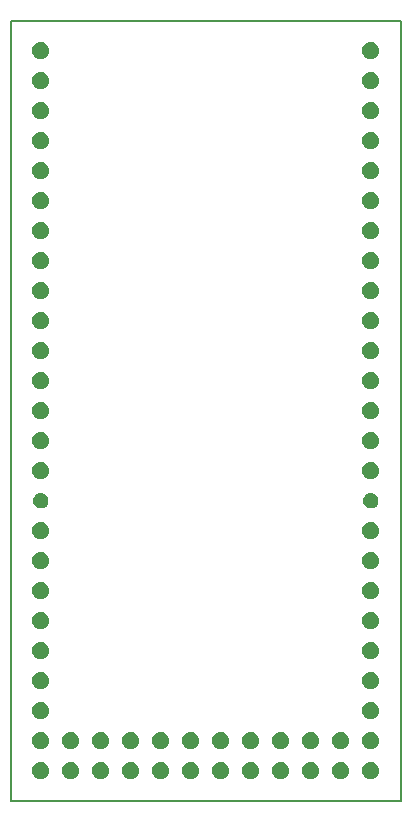
<source format=gbr>
%TF.GenerationSoftware,KiCad,Pcbnew,4.0.2-stable*%
%TF.CreationDate,2021-11-11T11:09:56-08:00*%
%TF.ProjectId,pwm,70776D2E6B696361645F706362000000,rev?*%
%TF.FileFunction,Soldermask,Bot*%
%FSLAX46Y46*%
G04 Gerber Fmt 4.6, Leading zero omitted, Abs format (unit mm)*
G04 Created by KiCad (PCBNEW 4.0.2-stable) date 11/11/2021 11:09:56 AM*
%MOMM*%
G01*
G04 APERTURE LIST*
%ADD10C,0.100000*%
%ADD11C,0.150000*%
G04 APERTURE END LIST*
D10*
D11*
X153670000Y-71120000D02*
X186690000Y-71120000D01*
X153670000Y-137160000D02*
X186690000Y-137160000D01*
X153670000Y-137160000D02*
X153670000Y-71120000D01*
X186690000Y-71120000D02*
X186690000Y-137160000D01*
D10*
G36*
X156286032Y-133896579D02*
X156425102Y-133925126D01*
X156555969Y-133980137D01*
X156673666Y-134059525D01*
X156773701Y-134160261D01*
X156852259Y-134278499D01*
X156906359Y-134409756D01*
X156933847Y-134548579D01*
X156933847Y-134548593D01*
X156933931Y-134549018D01*
X156931667Y-134711168D01*
X156931570Y-134711594D01*
X156931570Y-134711606D01*
X156900218Y-134849605D01*
X156842475Y-134979296D01*
X156760643Y-135095301D01*
X156657836Y-135193203D01*
X156537972Y-135269271D01*
X156405611Y-135320611D01*
X156265807Y-135345262D01*
X156123875Y-135342288D01*
X155985217Y-135311802D01*
X155855128Y-135254968D01*
X155738555Y-135173948D01*
X155639936Y-135071825D01*
X155563035Y-134952497D01*
X155510773Y-134820500D01*
X155485146Y-134680868D01*
X155487128Y-134538914D01*
X155516643Y-134400056D01*
X155572569Y-134269571D01*
X155652774Y-134152434D01*
X155754205Y-134053105D01*
X155872997Y-133975370D01*
X156004625Y-133922189D01*
X156144075Y-133895587D01*
X156286032Y-133896579D01*
X156286032Y-133896579D01*
G37*
G36*
X158826032Y-133896579D02*
X158965102Y-133925126D01*
X159095969Y-133980137D01*
X159213666Y-134059525D01*
X159313701Y-134160261D01*
X159392259Y-134278499D01*
X159446359Y-134409756D01*
X159473847Y-134548579D01*
X159473847Y-134548593D01*
X159473931Y-134549018D01*
X159471667Y-134711168D01*
X159471570Y-134711594D01*
X159471570Y-134711606D01*
X159440218Y-134849605D01*
X159382475Y-134979296D01*
X159300643Y-135095301D01*
X159197836Y-135193203D01*
X159077972Y-135269271D01*
X158945611Y-135320611D01*
X158805807Y-135345262D01*
X158663875Y-135342288D01*
X158525217Y-135311802D01*
X158395128Y-135254968D01*
X158278555Y-135173948D01*
X158179936Y-135071825D01*
X158103035Y-134952497D01*
X158050773Y-134820500D01*
X158025146Y-134680868D01*
X158027128Y-134538914D01*
X158056643Y-134400056D01*
X158112569Y-134269571D01*
X158192774Y-134152434D01*
X158294205Y-134053105D01*
X158412997Y-133975370D01*
X158544625Y-133922189D01*
X158684075Y-133895587D01*
X158826032Y-133896579D01*
X158826032Y-133896579D01*
G37*
G36*
X171526032Y-133896579D02*
X171665102Y-133925126D01*
X171795969Y-133980137D01*
X171913666Y-134059525D01*
X172013701Y-134160261D01*
X172092259Y-134278499D01*
X172146359Y-134409756D01*
X172173847Y-134548579D01*
X172173847Y-134548593D01*
X172173931Y-134549018D01*
X172171667Y-134711168D01*
X172171570Y-134711594D01*
X172171570Y-134711606D01*
X172140218Y-134849605D01*
X172082475Y-134979296D01*
X172000643Y-135095301D01*
X171897836Y-135193203D01*
X171777972Y-135269271D01*
X171645611Y-135320611D01*
X171505807Y-135345262D01*
X171363875Y-135342288D01*
X171225217Y-135311802D01*
X171095128Y-135254968D01*
X170978555Y-135173948D01*
X170879936Y-135071825D01*
X170803035Y-134952497D01*
X170750773Y-134820500D01*
X170725146Y-134680868D01*
X170727128Y-134538914D01*
X170756643Y-134400056D01*
X170812569Y-134269571D01*
X170892774Y-134152434D01*
X170994205Y-134053105D01*
X171112997Y-133975370D01*
X171244625Y-133922189D01*
X171384075Y-133895587D01*
X171526032Y-133896579D01*
X171526032Y-133896579D01*
G37*
G36*
X161366032Y-133896579D02*
X161505102Y-133925126D01*
X161635969Y-133980137D01*
X161753666Y-134059525D01*
X161853701Y-134160261D01*
X161932259Y-134278499D01*
X161986359Y-134409756D01*
X162013847Y-134548579D01*
X162013847Y-134548593D01*
X162013931Y-134549018D01*
X162011667Y-134711168D01*
X162011570Y-134711594D01*
X162011570Y-134711606D01*
X161980218Y-134849605D01*
X161922475Y-134979296D01*
X161840643Y-135095301D01*
X161737836Y-135193203D01*
X161617972Y-135269271D01*
X161485611Y-135320611D01*
X161345807Y-135345262D01*
X161203875Y-135342288D01*
X161065217Y-135311802D01*
X160935128Y-135254968D01*
X160818555Y-135173948D01*
X160719936Y-135071825D01*
X160643035Y-134952497D01*
X160590773Y-134820500D01*
X160565146Y-134680868D01*
X160567128Y-134538914D01*
X160596643Y-134400056D01*
X160652569Y-134269571D01*
X160732774Y-134152434D01*
X160834205Y-134053105D01*
X160952997Y-133975370D01*
X161084625Y-133922189D01*
X161224075Y-133895587D01*
X161366032Y-133896579D01*
X161366032Y-133896579D01*
G37*
G36*
X163906032Y-133896579D02*
X164045102Y-133925126D01*
X164175969Y-133980137D01*
X164293666Y-134059525D01*
X164393701Y-134160261D01*
X164472259Y-134278499D01*
X164526359Y-134409756D01*
X164553847Y-134548579D01*
X164553847Y-134548593D01*
X164553931Y-134549018D01*
X164551667Y-134711168D01*
X164551570Y-134711594D01*
X164551570Y-134711606D01*
X164520218Y-134849605D01*
X164462475Y-134979296D01*
X164380643Y-135095301D01*
X164277836Y-135193203D01*
X164157972Y-135269271D01*
X164025611Y-135320611D01*
X163885807Y-135345262D01*
X163743875Y-135342288D01*
X163605217Y-135311802D01*
X163475128Y-135254968D01*
X163358555Y-135173948D01*
X163259936Y-135071825D01*
X163183035Y-134952497D01*
X163130773Y-134820500D01*
X163105146Y-134680868D01*
X163107128Y-134538914D01*
X163136643Y-134400056D01*
X163192569Y-134269571D01*
X163272774Y-134152434D01*
X163374205Y-134053105D01*
X163492997Y-133975370D01*
X163624625Y-133922189D01*
X163764075Y-133895587D01*
X163906032Y-133896579D01*
X163906032Y-133896579D01*
G37*
G36*
X166446032Y-133896579D02*
X166585102Y-133925126D01*
X166715969Y-133980137D01*
X166833666Y-134059525D01*
X166933701Y-134160261D01*
X167012259Y-134278499D01*
X167066359Y-134409756D01*
X167093847Y-134548579D01*
X167093847Y-134548593D01*
X167093931Y-134549018D01*
X167091667Y-134711168D01*
X167091570Y-134711594D01*
X167091570Y-134711606D01*
X167060218Y-134849605D01*
X167002475Y-134979296D01*
X166920643Y-135095301D01*
X166817836Y-135193203D01*
X166697972Y-135269271D01*
X166565611Y-135320611D01*
X166425807Y-135345262D01*
X166283875Y-135342288D01*
X166145217Y-135311802D01*
X166015128Y-135254968D01*
X165898555Y-135173948D01*
X165799936Y-135071825D01*
X165723035Y-134952497D01*
X165670773Y-134820500D01*
X165645146Y-134680868D01*
X165647128Y-134538914D01*
X165676643Y-134400056D01*
X165732569Y-134269571D01*
X165812774Y-134152434D01*
X165914205Y-134053105D01*
X166032997Y-133975370D01*
X166164625Y-133922189D01*
X166304075Y-133895587D01*
X166446032Y-133896579D01*
X166446032Y-133896579D01*
G37*
G36*
X168986032Y-133896579D02*
X169125102Y-133925126D01*
X169255969Y-133980137D01*
X169373666Y-134059525D01*
X169473701Y-134160261D01*
X169552259Y-134278499D01*
X169606359Y-134409756D01*
X169633847Y-134548579D01*
X169633847Y-134548593D01*
X169633931Y-134549018D01*
X169631667Y-134711168D01*
X169631570Y-134711594D01*
X169631570Y-134711606D01*
X169600218Y-134849605D01*
X169542475Y-134979296D01*
X169460643Y-135095301D01*
X169357836Y-135193203D01*
X169237972Y-135269271D01*
X169105611Y-135320611D01*
X168965807Y-135345262D01*
X168823875Y-135342288D01*
X168685217Y-135311802D01*
X168555128Y-135254968D01*
X168438555Y-135173948D01*
X168339936Y-135071825D01*
X168263035Y-134952497D01*
X168210773Y-134820500D01*
X168185146Y-134680868D01*
X168187128Y-134538914D01*
X168216643Y-134400056D01*
X168272569Y-134269571D01*
X168352774Y-134152434D01*
X168454205Y-134053105D01*
X168572997Y-133975370D01*
X168704625Y-133922189D01*
X168844075Y-133895587D01*
X168986032Y-133896579D01*
X168986032Y-133896579D01*
G37*
G36*
X176606032Y-133896579D02*
X176745102Y-133925126D01*
X176875969Y-133980137D01*
X176993666Y-134059525D01*
X177093701Y-134160261D01*
X177172259Y-134278499D01*
X177226359Y-134409756D01*
X177253847Y-134548579D01*
X177253847Y-134548593D01*
X177253931Y-134549018D01*
X177251667Y-134711168D01*
X177251570Y-134711594D01*
X177251570Y-134711606D01*
X177220218Y-134849605D01*
X177162475Y-134979296D01*
X177080643Y-135095301D01*
X176977836Y-135193203D01*
X176857972Y-135269271D01*
X176725611Y-135320611D01*
X176585807Y-135345262D01*
X176443875Y-135342288D01*
X176305217Y-135311802D01*
X176175128Y-135254968D01*
X176058555Y-135173948D01*
X175959936Y-135071825D01*
X175883035Y-134952497D01*
X175830773Y-134820500D01*
X175805146Y-134680868D01*
X175807128Y-134538914D01*
X175836643Y-134400056D01*
X175892569Y-134269571D01*
X175972774Y-134152434D01*
X176074205Y-134053105D01*
X176192997Y-133975370D01*
X176324625Y-133922189D01*
X176464075Y-133895587D01*
X176606032Y-133896579D01*
X176606032Y-133896579D01*
G37*
G36*
X179146032Y-133896579D02*
X179285102Y-133925126D01*
X179415969Y-133980137D01*
X179533666Y-134059525D01*
X179633701Y-134160261D01*
X179712259Y-134278499D01*
X179766359Y-134409756D01*
X179793847Y-134548579D01*
X179793847Y-134548593D01*
X179793931Y-134549018D01*
X179791667Y-134711168D01*
X179791570Y-134711594D01*
X179791570Y-134711606D01*
X179760218Y-134849605D01*
X179702475Y-134979296D01*
X179620643Y-135095301D01*
X179517836Y-135193203D01*
X179397972Y-135269271D01*
X179265611Y-135320611D01*
X179125807Y-135345262D01*
X178983875Y-135342288D01*
X178845217Y-135311802D01*
X178715128Y-135254968D01*
X178598555Y-135173948D01*
X178499936Y-135071825D01*
X178423035Y-134952497D01*
X178370773Y-134820500D01*
X178345146Y-134680868D01*
X178347128Y-134538914D01*
X178376643Y-134400056D01*
X178432569Y-134269571D01*
X178512774Y-134152434D01*
X178614205Y-134053105D01*
X178732997Y-133975370D01*
X178864625Y-133922189D01*
X179004075Y-133895587D01*
X179146032Y-133896579D01*
X179146032Y-133896579D01*
G37*
G36*
X181686032Y-133896579D02*
X181825102Y-133925126D01*
X181955969Y-133980137D01*
X182073666Y-134059525D01*
X182173701Y-134160261D01*
X182252259Y-134278499D01*
X182306359Y-134409756D01*
X182333847Y-134548579D01*
X182333847Y-134548593D01*
X182333931Y-134549018D01*
X182331667Y-134711168D01*
X182331570Y-134711594D01*
X182331570Y-134711606D01*
X182300218Y-134849605D01*
X182242475Y-134979296D01*
X182160643Y-135095301D01*
X182057836Y-135193203D01*
X181937972Y-135269271D01*
X181805611Y-135320611D01*
X181665807Y-135345262D01*
X181523875Y-135342288D01*
X181385217Y-135311802D01*
X181255128Y-135254968D01*
X181138555Y-135173948D01*
X181039936Y-135071825D01*
X180963035Y-134952497D01*
X180910773Y-134820500D01*
X180885146Y-134680868D01*
X180887128Y-134538914D01*
X180916643Y-134400056D01*
X180972569Y-134269571D01*
X181052774Y-134152434D01*
X181154205Y-134053105D01*
X181272997Y-133975370D01*
X181404625Y-133922189D01*
X181544075Y-133895587D01*
X181686032Y-133896579D01*
X181686032Y-133896579D01*
G37*
G36*
X184226032Y-133896579D02*
X184365102Y-133925126D01*
X184495969Y-133980137D01*
X184613666Y-134059525D01*
X184713701Y-134160261D01*
X184792259Y-134278499D01*
X184846359Y-134409756D01*
X184873847Y-134548579D01*
X184873847Y-134548593D01*
X184873931Y-134549018D01*
X184871667Y-134711168D01*
X184871570Y-134711594D01*
X184871570Y-134711606D01*
X184840218Y-134849605D01*
X184782475Y-134979296D01*
X184700643Y-135095301D01*
X184597836Y-135193203D01*
X184477972Y-135269271D01*
X184345611Y-135320611D01*
X184205807Y-135345262D01*
X184063875Y-135342288D01*
X183925217Y-135311802D01*
X183795128Y-135254968D01*
X183678555Y-135173948D01*
X183579936Y-135071825D01*
X183503035Y-134952497D01*
X183450773Y-134820500D01*
X183425146Y-134680868D01*
X183427128Y-134538914D01*
X183456643Y-134400056D01*
X183512569Y-134269571D01*
X183592774Y-134152434D01*
X183694205Y-134053105D01*
X183812997Y-133975370D01*
X183944625Y-133922189D01*
X184084075Y-133895587D01*
X184226032Y-133896579D01*
X184226032Y-133896579D01*
G37*
G36*
X174066032Y-133896579D02*
X174205102Y-133925126D01*
X174335969Y-133980137D01*
X174453666Y-134059525D01*
X174553701Y-134160261D01*
X174632259Y-134278499D01*
X174686359Y-134409756D01*
X174713847Y-134548579D01*
X174713847Y-134548593D01*
X174713931Y-134549018D01*
X174711667Y-134711168D01*
X174711570Y-134711594D01*
X174711570Y-134711606D01*
X174680218Y-134849605D01*
X174622475Y-134979296D01*
X174540643Y-135095301D01*
X174437836Y-135193203D01*
X174317972Y-135269271D01*
X174185611Y-135320611D01*
X174045807Y-135345262D01*
X173903875Y-135342288D01*
X173765217Y-135311802D01*
X173635128Y-135254968D01*
X173518555Y-135173948D01*
X173419936Y-135071825D01*
X173343035Y-134952497D01*
X173290773Y-134820500D01*
X173265146Y-134680868D01*
X173267128Y-134538914D01*
X173296643Y-134400056D01*
X173352569Y-134269571D01*
X173432774Y-134152434D01*
X173534205Y-134053105D01*
X173652997Y-133975370D01*
X173784625Y-133922189D01*
X173924075Y-133895587D01*
X174066032Y-133896579D01*
X174066032Y-133896579D01*
G37*
G36*
X163906032Y-131356579D02*
X164045102Y-131385126D01*
X164175969Y-131440137D01*
X164293666Y-131519525D01*
X164393701Y-131620261D01*
X164472259Y-131738499D01*
X164526359Y-131869756D01*
X164553847Y-132008579D01*
X164553847Y-132008593D01*
X164553931Y-132009018D01*
X164551667Y-132171168D01*
X164551570Y-132171594D01*
X164551570Y-132171606D01*
X164520218Y-132309605D01*
X164462475Y-132439296D01*
X164380643Y-132555301D01*
X164277836Y-132653203D01*
X164157972Y-132729271D01*
X164025611Y-132780611D01*
X163885807Y-132805262D01*
X163743875Y-132802288D01*
X163605217Y-132771802D01*
X163475128Y-132714968D01*
X163358555Y-132633948D01*
X163259936Y-132531825D01*
X163183035Y-132412497D01*
X163130773Y-132280500D01*
X163105146Y-132140868D01*
X163107128Y-131998914D01*
X163136643Y-131860056D01*
X163192569Y-131729571D01*
X163272774Y-131612434D01*
X163374205Y-131513105D01*
X163492997Y-131435370D01*
X163624625Y-131382189D01*
X163764075Y-131355587D01*
X163906032Y-131356579D01*
X163906032Y-131356579D01*
G37*
G36*
X158826032Y-131356579D02*
X158965102Y-131385126D01*
X159095969Y-131440137D01*
X159213666Y-131519525D01*
X159313701Y-131620261D01*
X159392259Y-131738499D01*
X159446359Y-131869756D01*
X159473847Y-132008579D01*
X159473847Y-132008593D01*
X159473931Y-132009018D01*
X159471667Y-132171168D01*
X159471570Y-132171594D01*
X159471570Y-132171606D01*
X159440218Y-132309605D01*
X159382475Y-132439296D01*
X159300643Y-132555301D01*
X159197836Y-132653203D01*
X159077972Y-132729271D01*
X158945611Y-132780611D01*
X158805807Y-132805262D01*
X158663875Y-132802288D01*
X158525217Y-132771802D01*
X158395128Y-132714968D01*
X158278555Y-132633948D01*
X158179936Y-132531825D01*
X158103035Y-132412497D01*
X158050773Y-132280500D01*
X158025146Y-132140868D01*
X158027128Y-131998914D01*
X158056643Y-131860056D01*
X158112569Y-131729571D01*
X158192774Y-131612434D01*
X158294205Y-131513105D01*
X158412997Y-131435370D01*
X158544625Y-131382189D01*
X158684075Y-131355587D01*
X158826032Y-131356579D01*
X158826032Y-131356579D01*
G37*
G36*
X161366032Y-131356579D02*
X161505102Y-131385126D01*
X161635969Y-131440137D01*
X161753666Y-131519525D01*
X161853701Y-131620261D01*
X161932259Y-131738499D01*
X161986359Y-131869756D01*
X162013847Y-132008579D01*
X162013847Y-132008593D01*
X162013931Y-132009018D01*
X162011667Y-132171168D01*
X162011570Y-132171594D01*
X162011570Y-132171606D01*
X161980218Y-132309605D01*
X161922475Y-132439296D01*
X161840643Y-132555301D01*
X161737836Y-132653203D01*
X161617972Y-132729271D01*
X161485611Y-132780611D01*
X161345807Y-132805262D01*
X161203875Y-132802288D01*
X161065217Y-132771802D01*
X160935128Y-132714968D01*
X160818555Y-132633948D01*
X160719936Y-132531825D01*
X160643035Y-132412497D01*
X160590773Y-132280500D01*
X160565146Y-132140868D01*
X160567128Y-131998914D01*
X160596643Y-131860056D01*
X160652569Y-131729571D01*
X160732774Y-131612434D01*
X160834205Y-131513105D01*
X160952997Y-131435370D01*
X161084625Y-131382189D01*
X161224075Y-131355587D01*
X161366032Y-131356579D01*
X161366032Y-131356579D01*
G37*
G36*
X166446032Y-131356579D02*
X166585102Y-131385126D01*
X166715969Y-131440137D01*
X166833666Y-131519525D01*
X166933701Y-131620261D01*
X167012259Y-131738499D01*
X167066359Y-131869756D01*
X167093847Y-132008579D01*
X167093847Y-132008593D01*
X167093931Y-132009018D01*
X167091667Y-132171168D01*
X167091570Y-132171594D01*
X167091570Y-132171606D01*
X167060218Y-132309605D01*
X167002475Y-132439296D01*
X166920643Y-132555301D01*
X166817836Y-132653203D01*
X166697972Y-132729271D01*
X166565611Y-132780611D01*
X166425807Y-132805262D01*
X166283875Y-132802288D01*
X166145217Y-132771802D01*
X166015128Y-132714968D01*
X165898555Y-132633948D01*
X165799936Y-132531825D01*
X165723035Y-132412497D01*
X165670773Y-132280500D01*
X165645146Y-132140868D01*
X165647128Y-131998914D01*
X165676643Y-131860056D01*
X165732569Y-131729571D01*
X165812774Y-131612434D01*
X165914205Y-131513105D01*
X166032997Y-131435370D01*
X166164625Y-131382189D01*
X166304075Y-131355587D01*
X166446032Y-131356579D01*
X166446032Y-131356579D01*
G37*
G36*
X168986032Y-131356579D02*
X169125102Y-131385126D01*
X169255969Y-131440137D01*
X169373666Y-131519525D01*
X169473701Y-131620261D01*
X169552259Y-131738499D01*
X169606359Y-131869756D01*
X169633847Y-132008579D01*
X169633847Y-132008593D01*
X169633931Y-132009018D01*
X169631667Y-132171168D01*
X169631570Y-132171594D01*
X169631570Y-132171606D01*
X169600218Y-132309605D01*
X169542475Y-132439296D01*
X169460643Y-132555301D01*
X169357836Y-132653203D01*
X169237972Y-132729271D01*
X169105611Y-132780611D01*
X168965807Y-132805262D01*
X168823875Y-132802288D01*
X168685217Y-132771802D01*
X168555128Y-132714968D01*
X168438555Y-132633948D01*
X168339936Y-132531825D01*
X168263035Y-132412497D01*
X168210773Y-132280500D01*
X168185146Y-132140868D01*
X168187128Y-131998914D01*
X168216643Y-131860056D01*
X168272569Y-131729571D01*
X168352774Y-131612434D01*
X168454205Y-131513105D01*
X168572997Y-131435370D01*
X168704625Y-131382189D01*
X168844075Y-131355587D01*
X168986032Y-131356579D01*
X168986032Y-131356579D01*
G37*
G36*
X171526032Y-131356579D02*
X171665102Y-131385126D01*
X171795969Y-131440137D01*
X171913666Y-131519525D01*
X172013701Y-131620261D01*
X172092259Y-131738499D01*
X172146359Y-131869756D01*
X172173847Y-132008579D01*
X172173847Y-132008593D01*
X172173931Y-132009018D01*
X172171667Y-132171168D01*
X172171570Y-132171594D01*
X172171570Y-132171606D01*
X172140218Y-132309605D01*
X172082475Y-132439296D01*
X172000643Y-132555301D01*
X171897836Y-132653203D01*
X171777972Y-132729271D01*
X171645611Y-132780611D01*
X171505807Y-132805262D01*
X171363875Y-132802288D01*
X171225217Y-132771802D01*
X171095128Y-132714968D01*
X170978555Y-132633948D01*
X170879936Y-132531825D01*
X170803035Y-132412497D01*
X170750773Y-132280500D01*
X170725146Y-132140868D01*
X170727128Y-131998914D01*
X170756643Y-131860056D01*
X170812569Y-131729571D01*
X170892774Y-131612434D01*
X170994205Y-131513105D01*
X171112997Y-131435370D01*
X171244625Y-131382189D01*
X171384075Y-131355587D01*
X171526032Y-131356579D01*
X171526032Y-131356579D01*
G37*
G36*
X176606032Y-131356579D02*
X176745102Y-131385126D01*
X176875969Y-131440137D01*
X176993666Y-131519525D01*
X177093701Y-131620261D01*
X177172259Y-131738499D01*
X177226359Y-131869756D01*
X177253847Y-132008579D01*
X177253847Y-132008593D01*
X177253931Y-132009018D01*
X177251667Y-132171168D01*
X177251570Y-132171594D01*
X177251570Y-132171606D01*
X177220218Y-132309605D01*
X177162475Y-132439296D01*
X177080643Y-132555301D01*
X176977836Y-132653203D01*
X176857972Y-132729271D01*
X176725611Y-132780611D01*
X176585807Y-132805262D01*
X176443875Y-132802288D01*
X176305217Y-132771802D01*
X176175128Y-132714968D01*
X176058555Y-132633948D01*
X175959936Y-132531825D01*
X175883035Y-132412497D01*
X175830773Y-132280500D01*
X175805146Y-132140868D01*
X175807128Y-131998914D01*
X175836643Y-131860056D01*
X175892569Y-131729571D01*
X175972774Y-131612434D01*
X176074205Y-131513105D01*
X176192997Y-131435370D01*
X176324625Y-131382189D01*
X176464075Y-131355587D01*
X176606032Y-131356579D01*
X176606032Y-131356579D01*
G37*
G36*
X179146032Y-131356579D02*
X179285102Y-131385126D01*
X179415969Y-131440137D01*
X179533666Y-131519525D01*
X179633701Y-131620261D01*
X179712259Y-131738499D01*
X179766359Y-131869756D01*
X179793847Y-132008579D01*
X179793847Y-132008593D01*
X179793931Y-132009018D01*
X179791667Y-132171168D01*
X179791570Y-132171594D01*
X179791570Y-132171606D01*
X179760218Y-132309605D01*
X179702475Y-132439296D01*
X179620643Y-132555301D01*
X179517836Y-132653203D01*
X179397972Y-132729271D01*
X179265611Y-132780611D01*
X179125807Y-132805262D01*
X178983875Y-132802288D01*
X178845217Y-132771802D01*
X178715128Y-132714968D01*
X178598555Y-132633948D01*
X178499936Y-132531825D01*
X178423035Y-132412497D01*
X178370773Y-132280500D01*
X178345146Y-132140868D01*
X178347128Y-131998914D01*
X178376643Y-131860056D01*
X178432569Y-131729571D01*
X178512774Y-131612434D01*
X178614205Y-131513105D01*
X178732997Y-131435370D01*
X178864625Y-131382189D01*
X179004075Y-131355587D01*
X179146032Y-131356579D01*
X179146032Y-131356579D01*
G37*
G36*
X184226032Y-131356579D02*
X184365102Y-131385126D01*
X184495969Y-131440137D01*
X184613666Y-131519525D01*
X184713701Y-131620261D01*
X184792259Y-131738499D01*
X184846359Y-131869756D01*
X184873847Y-132008579D01*
X184873847Y-132008593D01*
X184873931Y-132009018D01*
X184871667Y-132171168D01*
X184871570Y-132171594D01*
X184871570Y-132171606D01*
X184840218Y-132309605D01*
X184782475Y-132439296D01*
X184700643Y-132555301D01*
X184597836Y-132653203D01*
X184477972Y-132729271D01*
X184345611Y-132780611D01*
X184205807Y-132805262D01*
X184063875Y-132802288D01*
X183925217Y-132771802D01*
X183795128Y-132714968D01*
X183678555Y-132633948D01*
X183579936Y-132531825D01*
X183503035Y-132412497D01*
X183450773Y-132280500D01*
X183425146Y-132140868D01*
X183427128Y-131998914D01*
X183456643Y-131860056D01*
X183512569Y-131729571D01*
X183592774Y-131612434D01*
X183694205Y-131513105D01*
X183812997Y-131435370D01*
X183944625Y-131382189D01*
X184084075Y-131355587D01*
X184226032Y-131356579D01*
X184226032Y-131356579D01*
G37*
G36*
X181686032Y-131356579D02*
X181825102Y-131385126D01*
X181955969Y-131440137D01*
X182073666Y-131519525D01*
X182173701Y-131620261D01*
X182252259Y-131738499D01*
X182306359Y-131869756D01*
X182333847Y-132008579D01*
X182333847Y-132008593D01*
X182333931Y-132009018D01*
X182331667Y-132171168D01*
X182331570Y-132171594D01*
X182331570Y-132171606D01*
X182300218Y-132309605D01*
X182242475Y-132439296D01*
X182160643Y-132555301D01*
X182057836Y-132653203D01*
X181937972Y-132729271D01*
X181805611Y-132780611D01*
X181665807Y-132805262D01*
X181523875Y-132802288D01*
X181385217Y-132771802D01*
X181255128Y-132714968D01*
X181138555Y-132633948D01*
X181039936Y-132531825D01*
X180963035Y-132412497D01*
X180910773Y-132280500D01*
X180885146Y-132140868D01*
X180887128Y-131998914D01*
X180916643Y-131860056D01*
X180972569Y-131729571D01*
X181052774Y-131612434D01*
X181154205Y-131513105D01*
X181272997Y-131435370D01*
X181404625Y-131382189D01*
X181544075Y-131355587D01*
X181686032Y-131356579D01*
X181686032Y-131356579D01*
G37*
G36*
X156286032Y-131356579D02*
X156425102Y-131385126D01*
X156555969Y-131440137D01*
X156673666Y-131519525D01*
X156773701Y-131620261D01*
X156852259Y-131738499D01*
X156906359Y-131869756D01*
X156933847Y-132008579D01*
X156933847Y-132008593D01*
X156933931Y-132009018D01*
X156931667Y-132171168D01*
X156931570Y-132171594D01*
X156931570Y-132171606D01*
X156900218Y-132309605D01*
X156842475Y-132439296D01*
X156760643Y-132555301D01*
X156657836Y-132653203D01*
X156537972Y-132729271D01*
X156405611Y-132780611D01*
X156265807Y-132805262D01*
X156123875Y-132802288D01*
X155985217Y-132771802D01*
X155855128Y-132714968D01*
X155738555Y-132633948D01*
X155639936Y-132531825D01*
X155563035Y-132412497D01*
X155510773Y-132280500D01*
X155485146Y-132140868D01*
X155487128Y-131998914D01*
X155516643Y-131860056D01*
X155572569Y-131729571D01*
X155652774Y-131612434D01*
X155754205Y-131513105D01*
X155872997Y-131435370D01*
X156004625Y-131382189D01*
X156144075Y-131355587D01*
X156286032Y-131356579D01*
X156286032Y-131356579D01*
G37*
G36*
X174066032Y-131356579D02*
X174205102Y-131385126D01*
X174335969Y-131440137D01*
X174453666Y-131519525D01*
X174553701Y-131620261D01*
X174632259Y-131738499D01*
X174686359Y-131869756D01*
X174713847Y-132008579D01*
X174713847Y-132008593D01*
X174713931Y-132009018D01*
X174711667Y-132171168D01*
X174711570Y-132171594D01*
X174711570Y-132171606D01*
X174680218Y-132309605D01*
X174622475Y-132439296D01*
X174540643Y-132555301D01*
X174437836Y-132653203D01*
X174317972Y-132729271D01*
X174185611Y-132780611D01*
X174045807Y-132805262D01*
X173903875Y-132802288D01*
X173765217Y-132771802D01*
X173635128Y-132714968D01*
X173518555Y-132633948D01*
X173419936Y-132531825D01*
X173343035Y-132412497D01*
X173290773Y-132280500D01*
X173265146Y-132140868D01*
X173267128Y-131998914D01*
X173296643Y-131860056D01*
X173352569Y-131729571D01*
X173432774Y-131612434D01*
X173534205Y-131513105D01*
X173652997Y-131435370D01*
X173784625Y-131382189D01*
X173924075Y-131355587D01*
X174066032Y-131356579D01*
X174066032Y-131356579D01*
G37*
G36*
X184226032Y-128816579D02*
X184365102Y-128845126D01*
X184495969Y-128900137D01*
X184613666Y-128979525D01*
X184713701Y-129080261D01*
X184792259Y-129198499D01*
X184846359Y-129329756D01*
X184873847Y-129468579D01*
X184873847Y-129468593D01*
X184873931Y-129469018D01*
X184871667Y-129631168D01*
X184871570Y-129631594D01*
X184871570Y-129631606D01*
X184840218Y-129769605D01*
X184782475Y-129899296D01*
X184700643Y-130015301D01*
X184597836Y-130113203D01*
X184477972Y-130189271D01*
X184345611Y-130240611D01*
X184205807Y-130265262D01*
X184063875Y-130262288D01*
X183925217Y-130231802D01*
X183795128Y-130174968D01*
X183678555Y-130093948D01*
X183579936Y-129991825D01*
X183503035Y-129872497D01*
X183450773Y-129740500D01*
X183425146Y-129600868D01*
X183427128Y-129458914D01*
X183456643Y-129320056D01*
X183512569Y-129189571D01*
X183592774Y-129072434D01*
X183694205Y-128973105D01*
X183812997Y-128895370D01*
X183944625Y-128842189D01*
X184084075Y-128815587D01*
X184226032Y-128816579D01*
X184226032Y-128816579D01*
G37*
G36*
X156286032Y-128816579D02*
X156425102Y-128845126D01*
X156555969Y-128900137D01*
X156673666Y-128979525D01*
X156773701Y-129080261D01*
X156852259Y-129198499D01*
X156906359Y-129329756D01*
X156933847Y-129468579D01*
X156933847Y-129468593D01*
X156933931Y-129469018D01*
X156931667Y-129631168D01*
X156931570Y-129631594D01*
X156931570Y-129631606D01*
X156900218Y-129769605D01*
X156842475Y-129899296D01*
X156760643Y-130015301D01*
X156657836Y-130113203D01*
X156537972Y-130189271D01*
X156405611Y-130240611D01*
X156265807Y-130265262D01*
X156123875Y-130262288D01*
X155985217Y-130231802D01*
X155855128Y-130174968D01*
X155738555Y-130093948D01*
X155639936Y-129991825D01*
X155563035Y-129872497D01*
X155510773Y-129740500D01*
X155485146Y-129600868D01*
X155487128Y-129458914D01*
X155516643Y-129320056D01*
X155572569Y-129189571D01*
X155652774Y-129072434D01*
X155754205Y-128973105D01*
X155872997Y-128895370D01*
X156004625Y-128842189D01*
X156144075Y-128815587D01*
X156286032Y-128816579D01*
X156286032Y-128816579D01*
G37*
G36*
X156286032Y-126276579D02*
X156425102Y-126305126D01*
X156555969Y-126360137D01*
X156673666Y-126439525D01*
X156773701Y-126540261D01*
X156852259Y-126658499D01*
X156906359Y-126789756D01*
X156933847Y-126928579D01*
X156933847Y-126928593D01*
X156933931Y-126929018D01*
X156931667Y-127091168D01*
X156931570Y-127091594D01*
X156931570Y-127091606D01*
X156900218Y-127229605D01*
X156842475Y-127359296D01*
X156760643Y-127475301D01*
X156657836Y-127573203D01*
X156537972Y-127649271D01*
X156405611Y-127700611D01*
X156265807Y-127725262D01*
X156123875Y-127722288D01*
X155985217Y-127691802D01*
X155855128Y-127634968D01*
X155738555Y-127553948D01*
X155639936Y-127451825D01*
X155563035Y-127332497D01*
X155510773Y-127200500D01*
X155485146Y-127060868D01*
X155487128Y-126918914D01*
X155516643Y-126780056D01*
X155572569Y-126649571D01*
X155652774Y-126532434D01*
X155754205Y-126433105D01*
X155872997Y-126355370D01*
X156004625Y-126302189D01*
X156144075Y-126275587D01*
X156286032Y-126276579D01*
X156286032Y-126276579D01*
G37*
G36*
X184226032Y-126276579D02*
X184365102Y-126305126D01*
X184495969Y-126360137D01*
X184613666Y-126439525D01*
X184713701Y-126540261D01*
X184792259Y-126658499D01*
X184846359Y-126789756D01*
X184873847Y-126928579D01*
X184873847Y-126928593D01*
X184873931Y-126929018D01*
X184871667Y-127091168D01*
X184871570Y-127091594D01*
X184871570Y-127091606D01*
X184840218Y-127229605D01*
X184782475Y-127359296D01*
X184700643Y-127475301D01*
X184597836Y-127573203D01*
X184477972Y-127649271D01*
X184345611Y-127700611D01*
X184205807Y-127725262D01*
X184063875Y-127722288D01*
X183925217Y-127691802D01*
X183795128Y-127634968D01*
X183678555Y-127553948D01*
X183579936Y-127451825D01*
X183503035Y-127332497D01*
X183450773Y-127200500D01*
X183425146Y-127060868D01*
X183427128Y-126918914D01*
X183456643Y-126780056D01*
X183512569Y-126649571D01*
X183592774Y-126532434D01*
X183694205Y-126433105D01*
X183812997Y-126355370D01*
X183944625Y-126302189D01*
X184084075Y-126275587D01*
X184226032Y-126276579D01*
X184226032Y-126276579D01*
G37*
G36*
X156286032Y-123736579D02*
X156425102Y-123765126D01*
X156555969Y-123820137D01*
X156673666Y-123899525D01*
X156773701Y-124000261D01*
X156852259Y-124118499D01*
X156906359Y-124249756D01*
X156933847Y-124388579D01*
X156933847Y-124388593D01*
X156933931Y-124389018D01*
X156931667Y-124551168D01*
X156931570Y-124551594D01*
X156931570Y-124551606D01*
X156900218Y-124689605D01*
X156842475Y-124819296D01*
X156760643Y-124935301D01*
X156657836Y-125033203D01*
X156537972Y-125109271D01*
X156405611Y-125160611D01*
X156265807Y-125185262D01*
X156123875Y-125182288D01*
X155985217Y-125151802D01*
X155855128Y-125094968D01*
X155738555Y-125013948D01*
X155639936Y-124911825D01*
X155563035Y-124792497D01*
X155510773Y-124660500D01*
X155485146Y-124520868D01*
X155487128Y-124378914D01*
X155516643Y-124240056D01*
X155572569Y-124109571D01*
X155652774Y-123992434D01*
X155754205Y-123893105D01*
X155872997Y-123815370D01*
X156004625Y-123762189D01*
X156144075Y-123735587D01*
X156286032Y-123736579D01*
X156286032Y-123736579D01*
G37*
G36*
X184226032Y-123736579D02*
X184365102Y-123765126D01*
X184495969Y-123820137D01*
X184613666Y-123899525D01*
X184713701Y-124000261D01*
X184792259Y-124118499D01*
X184846359Y-124249756D01*
X184873847Y-124388579D01*
X184873847Y-124388593D01*
X184873931Y-124389018D01*
X184871667Y-124551168D01*
X184871570Y-124551594D01*
X184871570Y-124551606D01*
X184840218Y-124689605D01*
X184782475Y-124819296D01*
X184700643Y-124935301D01*
X184597836Y-125033203D01*
X184477972Y-125109271D01*
X184345611Y-125160611D01*
X184205807Y-125185262D01*
X184063875Y-125182288D01*
X183925217Y-125151802D01*
X183795128Y-125094968D01*
X183678555Y-125013948D01*
X183579936Y-124911825D01*
X183503035Y-124792497D01*
X183450773Y-124660500D01*
X183425146Y-124520868D01*
X183427128Y-124378914D01*
X183456643Y-124240056D01*
X183512569Y-124109571D01*
X183592774Y-123992434D01*
X183694205Y-123893105D01*
X183812997Y-123815370D01*
X183944625Y-123762189D01*
X184084075Y-123735587D01*
X184226032Y-123736579D01*
X184226032Y-123736579D01*
G37*
G36*
X156286032Y-121196579D02*
X156425102Y-121225126D01*
X156555969Y-121280137D01*
X156673666Y-121359525D01*
X156773701Y-121460261D01*
X156852259Y-121578499D01*
X156906359Y-121709756D01*
X156933847Y-121848579D01*
X156933847Y-121848593D01*
X156933931Y-121849018D01*
X156931667Y-122011168D01*
X156931570Y-122011594D01*
X156931570Y-122011606D01*
X156900218Y-122149605D01*
X156842475Y-122279296D01*
X156760643Y-122395301D01*
X156657836Y-122493203D01*
X156537972Y-122569271D01*
X156405611Y-122620611D01*
X156265807Y-122645262D01*
X156123875Y-122642288D01*
X155985217Y-122611802D01*
X155855128Y-122554968D01*
X155738555Y-122473948D01*
X155639936Y-122371825D01*
X155563035Y-122252497D01*
X155510773Y-122120500D01*
X155485146Y-121980868D01*
X155487128Y-121838914D01*
X155516643Y-121700056D01*
X155572569Y-121569571D01*
X155652774Y-121452434D01*
X155754205Y-121353105D01*
X155872997Y-121275370D01*
X156004625Y-121222189D01*
X156144075Y-121195587D01*
X156286032Y-121196579D01*
X156286032Y-121196579D01*
G37*
G36*
X184226032Y-121196579D02*
X184365102Y-121225126D01*
X184495969Y-121280137D01*
X184613666Y-121359525D01*
X184713701Y-121460261D01*
X184792259Y-121578499D01*
X184846359Y-121709756D01*
X184873847Y-121848579D01*
X184873847Y-121848593D01*
X184873931Y-121849018D01*
X184871667Y-122011168D01*
X184871570Y-122011594D01*
X184871570Y-122011606D01*
X184840218Y-122149605D01*
X184782475Y-122279296D01*
X184700643Y-122395301D01*
X184597836Y-122493203D01*
X184477972Y-122569271D01*
X184345611Y-122620611D01*
X184205807Y-122645262D01*
X184063875Y-122642288D01*
X183925217Y-122611802D01*
X183795128Y-122554968D01*
X183678555Y-122473948D01*
X183579936Y-122371825D01*
X183503035Y-122252497D01*
X183450773Y-122120500D01*
X183425146Y-121980868D01*
X183427128Y-121838914D01*
X183456643Y-121700056D01*
X183512569Y-121569571D01*
X183592774Y-121452434D01*
X183694205Y-121353105D01*
X183812997Y-121275370D01*
X183944625Y-121222189D01*
X184084075Y-121195587D01*
X184226032Y-121196579D01*
X184226032Y-121196579D01*
G37*
G36*
X156286032Y-118656579D02*
X156425102Y-118685126D01*
X156555969Y-118740137D01*
X156673666Y-118819525D01*
X156773701Y-118920261D01*
X156852259Y-119038499D01*
X156906359Y-119169756D01*
X156933847Y-119308579D01*
X156933847Y-119308593D01*
X156933931Y-119309018D01*
X156931667Y-119471168D01*
X156931570Y-119471594D01*
X156931570Y-119471606D01*
X156900218Y-119609605D01*
X156842475Y-119739296D01*
X156760643Y-119855301D01*
X156657836Y-119953203D01*
X156537972Y-120029271D01*
X156405611Y-120080611D01*
X156265807Y-120105262D01*
X156123875Y-120102288D01*
X155985217Y-120071802D01*
X155855128Y-120014968D01*
X155738555Y-119933948D01*
X155639936Y-119831825D01*
X155563035Y-119712497D01*
X155510773Y-119580500D01*
X155485146Y-119440868D01*
X155487128Y-119298914D01*
X155516643Y-119160056D01*
X155572569Y-119029571D01*
X155652774Y-118912434D01*
X155754205Y-118813105D01*
X155872997Y-118735370D01*
X156004625Y-118682189D01*
X156144075Y-118655587D01*
X156286032Y-118656579D01*
X156286032Y-118656579D01*
G37*
G36*
X184226032Y-118656579D02*
X184365102Y-118685126D01*
X184495969Y-118740137D01*
X184613666Y-118819525D01*
X184713701Y-118920261D01*
X184792259Y-119038499D01*
X184846359Y-119169756D01*
X184873847Y-119308579D01*
X184873847Y-119308593D01*
X184873931Y-119309018D01*
X184871667Y-119471168D01*
X184871570Y-119471594D01*
X184871570Y-119471606D01*
X184840218Y-119609605D01*
X184782475Y-119739296D01*
X184700643Y-119855301D01*
X184597836Y-119953203D01*
X184477972Y-120029271D01*
X184345611Y-120080611D01*
X184205807Y-120105262D01*
X184063875Y-120102288D01*
X183925217Y-120071802D01*
X183795128Y-120014968D01*
X183678555Y-119933948D01*
X183579936Y-119831825D01*
X183503035Y-119712497D01*
X183450773Y-119580500D01*
X183425146Y-119440868D01*
X183427128Y-119298914D01*
X183456643Y-119160056D01*
X183512569Y-119029571D01*
X183592774Y-118912434D01*
X183694205Y-118813105D01*
X183812997Y-118735370D01*
X183944625Y-118682189D01*
X184084075Y-118655587D01*
X184226032Y-118656579D01*
X184226032Y-118656579D01*
G37*
G36*
X156286032Y-116116579D02*
X156425102Y-116145126D01*
X156555969Y-116200137D01*
X156673666Y-116279525D01*
X156773701Y-116380261D01*
X156852259Y-116498499D01*
X156906359Y-116629756D01*
X156933847Y-116768579D01*
X156933847Y-116768593D01*
X156933931Y-116769018D01*
X156931667Y-116931168D01*
X156931570Y-116931594D01*
X156931570Y-116931606D01*
X156900218Y-117069605D01*
X156842475Y-117199296D01*
X156760643Y-117315301D01*
X156657836Y-117413203D01*
X156537972Y-117489271D01*
X156405611Y-117540611D01*
X156265807Y-117565262D01*
X156123875Y-117562288D01*
X155985217Y-117531802D01*
X155855128Y-117474968D01*
X155738555Y-117393948D01*
X155639936Y-117291825D01*
X155563035Y-117172497D01*
X155510773Y-117040500D01*
X155485146Y-116900868D01*
X155487128Y-116758914D01*
X155516643Y-116620056D01*
X155572569Y-116489571D01*
X155652774Y-116372434D01*
X155754205Y-116273105D01*
X155872997Y-116195370D01*
X156004625Y-116142189D01*
X156144075Y-116115587D01*
X156286032Y-116116579D01*
X156286032Y-116116579D01*
G37*
G36*
X184226032Y-116116579D02*
X184365102Y-116145126D01*
X184495969Y-116200137D01*
X184613666Y-116279525D01*
X184713701Y-116380261D01*
X184792259Y-116498499D01*
X184846359Y-116629756D01*
X184873847Y-116768579D01*
X184873847Y-116768593D01*
X184873931Y-116769018D01*
X184871667Y-116931168D01*
X184871570Y-116931594D01*
X184871570Y-116931606D01*
X184840218Y-117069605D01*
X184782475Y-117199296D01*
X184700643Y-117315301D01*
X184597836Y-117413203D01*
X184477972Y-117489271D01*
X184345611Y-117540611D01*
X184205807Y-117565262D01*
X184063875Y-117562288D01*
X183925217Y-117531802D01*
X183795128Y-117474968D01*
X183678555Y-117393948D01*
X183579936Y-117291825D01*
X183503035Y-117172497D01*
X183450773Y-117040500D01*
X183425146Y-116900868D01*
X183427128Y-116758914D01*
X183456643Y-116620056D01*
X183512569Y-116489571D01*
X183592774Y-116372434D01*
X183694205Y-116273105D01*
X183812997Y-116195370D01*
X183944625Y-116142189D01*
X184084075Y-116115587D01*
X184226032Y-116116579D01*
X184226032Y-116116579D01*
G37*
G36*
X156286032Y-113576579D02*
X156425102Y-113605126D01*
X156555969Y-113660137D01*
X156673666Y-113739525D01*
X156773701Y-113840261D01*
X156852259Y-113958499D01*
X156906359Y-114089756D01*
X156933847Y-114228579D01*
X156933847Y-114228593D01*
X156933931Y-114229018D01*
X156931667Y-114391168D01*
X156931570Y-114391594D01*
X156931570Y-114391606D01*
X156900218Y-114529605D01*
X156842475Y-114659296D01*
X156760643Y-114775301D01*
X156657836Y-114873203D01*
X156537972Y-114949271D01*
X156405611Y-115000611D01*
X156265807Y-115025262D01*
X156123875Y-115022288D01*
X155985217Y-114991802D01*
X155855128Y-114934968D01*
X155738555Y-114853948D01*
X155639936Y-114751825D01*
X155563035Y-114632497D01*
X155510773Y-114500500D01*
X155485146Y-114360868D01*
X155487128Y-114218914D01*
X155516643Y-114080056D01*
X155572569Y-113949571D01*
X155652774Y-113832434D01*
X155754205Y-113733105D01*
X155872997Y-113655370D01*
X156004625Y-113602189D01*
X156144075Y-113575587D01*
X156286032Y-113576579D01*
X156286032Y-113576579D01*
G37*
G36*
X184226032Y-113576579D02*
X184365102Y-113605126D01*
X184495969Y-113660137D01*
X184613666Y-113739525D01*
X184713701Y-113840261D01*
X184792259Y-113958499D01*
X184846359Y-114089756D01*
X184873847Y-114228579D01*
X184873847Y-114228593D01*
X184873931Y-114229018D01*
X184871667Y-114391168D01*
X184871570Y-114391594D01*
X184871570Y-114391606D01*
X184840218Y-114529605D01*
X184782475Y-114659296D01*
X184700643Y-114775301D01*
X184597836Y-114873203D01*
X184477972Y-114949271D01*
X184345611Y-115000611D01*
X184205807Y-115025262D01*
X184063875Y-115022288D01*
X183925217Y-114991802D01*
X183795128Y-114934968D01*
X183678555Y-114853948D01*
X183579936Y-114751825D01*
X183503035Y-114632497D01*
X183450773Y-114500500D01*
X183425146Y-114360868D01*
X183427128Y-114218914D01*
X183456643Y-114080056D01*
X183512569Y-113949571D01*
X183592774Y-113832434D01*
X183694205Y-113733105D01*
X183812997Y-113655370D01*
X183944625Y-113602189D01*
X184084075Y-113575587D01*
X184226032Y-113576579D01*
X184226032Y-113576579D01*
G37*
G36*
X184219363Y-111100037D02*
X184346233Y-111126079D01*
X184465620Y-111176265D01*
X184572994Y-111248689D01*
X184664254Y-111340589D01*
X184735921Y-111448455D01*
X184785275Y-111568198D01*
X184810344Y-111694806D01*
X184810344Y-111694819D01*
X184810428Y-111695244D01*
X184808362Y-111843171D01*
X184808266Y-111843593D01*
X184808266Y-111843609D01*
X184779673Y-111969464D01*
X184726997Y-112087776D01*
X184652339Y-112193610D01*
X184558552Y-112282922D01*
X184449203Y-112352318D01*
X184328452Y-112399154D01*
X184200912Y-112421643D01*
X184071430Y-112418930D01*
X183944934Y-112391118D01*
X183826259Y-112339271D01*
X183719908Y-112265354D01*
X183629941Y-112172192D01*
X183559786Y-112063331D01*
X183512108Y-111942912D01*
X183488729Y-111815529D01*
X183490537Y-111686026D01*
X183517463Y-111559349D01*
X183568484Y-111440310D01*
X183641655Y-111333445D01*
X183734184Y-111242834D01*
X183842559Y-111171916D01*
X183962640Y-111123400D01*
X184089857Y-111099132D01*
X184219363Y-111100037D01*
X184219363Y-111100037D01*
G37*
G36*
X156279363Y-111100037D02*
X156406233Y-111126079D01*
X156525620Y-111176265D01*
X156632994Y-111248689D01*
X156724254Y-111340589D01*
X156795921Y-111448455D01*
X156845275Y-111568198D01*
X156870344Y-111694806D01*
X156870344Y-111694819D01*
X156870428Y-111695244D01*
X156868362Y-111843171D01*
X156868266Y-111843593D01*
X156868266Y-111843609D01*
X156839673Y-111969464D01*
X156786997Y-112087776D01*
X156712339Y-112193610D01*
X156618552Y-112282922D01*
X156509203Y-112352318D01*
X156388452Y-112399154D01*
X156260912Y-112421643D01*
X156131430Y-112418930D01*
X156004934Y-112391118D01*
X155886259Y-112339271D01*
X155779908Y-112265354D01*
X155689941Y-112172192D01*
X155619786Y-112063331D01*
X155572108Y-111942912D01*
X155548729Y-111815529D01*
X155550537Y-111686026D01*
X155577463Y-111559349D01*
X155628484Y-111440310D01*
X155701655Y-111333445D01*
X155794184Y-111242834D01*
X155902559Y-111171916D01*
X156022640Y-111123400D01*
X156149857Y-111099132D01*
X156279363Y-111100037D01*
X156279363Y-111100037D01*
G37*
G36*
X184226032Y-108496579D02*
X184365102Y-108525126D01*
X184495969Y-108580137D01*
X184613666Y-108659525D01*
X184713701Y-108760261D01*
X184792259Y-108878499D01*
X184846359Y-109009756D01*
X184873847Y-109148579D01*
X184873847Y-109148593D01*
X184873931Y-109149018D01*
X184871667Y-109311168D01*
X184871570Y-109311594D01*
X184871570Y-109311606D01*
X184840218Y-109449605D01*
X184782475Y-109579296D01*
X184700643Y-109695301D01*
X184597836Y-109793203D01*
X184477972Y-109869271D01*
X184345611Y-109920611D01*
X184205807Y-109945262D01*
X184063875Y-109942288D01*
X183925217Y-109911802D01*
X183795128Y-109854968D01*
X183678555Y-109773948D01*
X183579936Y-109671825D01*
X183503035Y-109552497D01*
X183450773Y-109420500D01*
X183425146Y-109280868D01*
X183427128Y-109138914D01*
X183456643Y-109000056D01*
X183512569Y-108869571D01*
X183592774Y-108752434D01*
X183694205Y-108653105D01*
X183812997Y-108575370D01*
X183944625Y-108522189D01*
X184084075Y-108495587D01*
X184226032Y-108496579D01*
X184226032Y-108496579D01*
G37*
G36*
X156286032Y-108496579D02*
X156425102Y-108525126D01*
X156555969Y-108580137D01*
X156673666Y-108659525D01*
X156773701Y-108760261D01*
X156852259Y-108878499D01*
X156906359Y-109009756D01*
X156933847Y-109148579D01*
X156933847Y-109148593D01*
X156933931Y-109149018D01*
X156931667Y-109311168D01*
X156931570Y-109311594D01*
X156931570Y-109311606D01*
X156900218Y-109449605D01*
X156842475Y-109579296D01*
X156760643Y-109695301D01*
X156657836Y-109793203D01*
X156537972Y-109869271D01*
X156405611Y-109920611D01*
X156265807Y-109945262D01*
X156123875Y-109942288D01*
X155985217Y-109911802D01*
X155855128Y-109854968D01*
X155738555Y-109773948D01*
X155639936Y-109671825D01*
X155563035Y-109552497D01*
X155510773Y-109420500D01*
X155485146Y-109280868D01*
X155487128Y-109138914D01*
X155516643Y-109000056D01*
X155572569Y-108869571D01*
X155652774Y-108752434D01*
X155754205Y-108653105D01*
X155872997Y-108575370D01*
X156004625Y-108522189D01*
X156144075Y-108495587D01*
X156286032Y-108496579D01*
X156286032Y-108496579D01*
G37*
G36*
X184226032Y-105956579D02*
X184365102Y-105985126D01*
X184495969Y-106040137D01*
X184613666Y-106119525D01*
X184713701Y-106220261D01*
X184792259Y-106338499D01*
X184846359Y-106469756D01*
X184873847Y-106608579D01*
X184873847Y-106608593D01*
X184873931Y-106609018D01*
X184871667Y-106771168D01*
X184871570Y-106771594D01*
X184871570Y-106771606D01*
X184840218Y-106909605D01*
X184782475Y-107039296D01*
X184700643Y-107155301D01*
X184597836Y-107253203D01*
X184477972Y-107329271D01*
X184345611Y-107380611D01*
X184205807Y-107405262D01*
X184063875Y-107402288D01*
X183925217Y-107371802D01*
X183795128Y-107314968D01*
X183678555Y-107233948D01*
X183579936Y-107131825D01*
X183503035Y-107012497D01*
X183450773Y-106880500D01*
X183425146Y-106740868D01*
X183427128Y-106598914D01*
X183456643Y-106460056D01*
X183512569Y-106329571D01*
X183592774Y-106212434D01*
X183694205Y-106113105D01*
X183812997Y-106035370D01*
X183944625Y-105982189D01*
X184084075Y-105955587D01*
X184226032Y-105956579D01*
X184226032Y-105956579D01*
G37*
G36*
X156286032Y-105956579D02*
X156425102Y-105985126D01*
X156555969Y-106040137D01*
X156673666Y-106119525D01*
X156773701Y-106220261D01*
X156852259Y-106338499D01*
X156906359Y-106469756D01*
X156933847Y-106608579D01*
X156933847Y-106608593D01*
X156933931Y-106609018D01*
X156931667Y-106771168D01*
X156931570Y-106771594D01*
X156931570Y-106771606D01*
X156900218Y-106909605D01*
X156842475Y-107039296D01*
X156760643Y-107155301D01*
X156657836Y-107253203D01*
X156537972Y-107329271D01*
X156405611Y-107380611D01*
X156265807Y-107405262D01*
X156123875Y-107402288D01*
X155985217Y-107371802D01*
X155855128Y-107314968D01*
X155738555Y-107233948D01*
X155639936Y-107131825D01*
X155563035Y-107012497D01*
X155510773Y-106880500D01*
X155485146Y-106740868D01*
X155487128Y-106598914D01*
X155516643Y-106460056D01*
X155572569Y-106329571D01*
X155652774Y-106212434D01*
X155754205Y-106113105D01*
X155872997Y-106035370D01*
X156004625Y-105982189D01*
X156144075Y-105955587D01*
X156286032Y-105956579D01*
X156286032Y-105956579D01*
G37*
G36*
X156286032Y-103416579D02*
X156425102Y-103445126D01*
X156555969Y-103500137D01*
X156673666Y-103579525D01*
X156773701Y-103680261D01*
X156852259Y-103798499D01*
X156906359Y-103929756D01*
X156933847Y-104068579D01*
X156933847Y-104068593D01*
X156933931Y-104069018D01*
X156931667Y-104231168D01*
X156931570Y-104231594D01*
X156931570Y-104231606D01*
X156900218Y-104369605D01*
X156842475Y-104499296D01*
X156760643Y-104615301D01*
X156657836Y-104713203D01*
X156537972Y-104789271D01*
X156405611Y-104840611D01*
X156265807Y-104865262D01*
X156123875Y-104862288D01*
X155985217Y-104831802D01*
X155855128Y-104774968D01*
X155738555Y-104693948D01*
X155639936Y-104591825D01*
X155563035Y-104472497D01*
X155510773Y-104340500D01*
X155485146Y-104200868D01*
X155487128Y-104058914D01*
X155516643Y-103920056D01*
X155572569Y-103789571D01*
X155652774Y-103672434D01*
X155754205Y-103573105D01*
X155872997Y-103495370D01*
X156004625Y-103442189D01*
X156144075Y-103415587D01*
X156286032Y-103416579D01*
X156286032Y-103416579D01*
G37*
G36*
X184226032Y-103416579D02*
X184365102Y-103445126D01*
X184495969Y-103500137D01*
X184613666Y-103579525D01*
X184713701Y-103680261D01*
X184792259Y-103798499D01*
X184846359Y-103929756D01*
X184873847Y-104068579D01*
X184873847Y-104068593D01*
X184873931Y-104069018D01*
X184871667Y-104231168D01*
X184871570Y-104231594D01*
X184871570Y-104231606D01*
X184840218Y-104369605D01*
X184782475Y-104499296D01*
X184700643Y-104615301D01*
X184597836Y-104713203D01*
X184477972Y-104789271D01*
X184345611Y-104840611D01*
X184205807Y-104865262D01*
X184063875Y-104862288D01*
X183925217Y-104831802D01*
X183795128Y-104774968D01*
X183678555Y-104693948D01*
X183579936Y-104591825D01*
X183503035Y-104472497D01*
X183450773Y-104340500D01*
X183425146Y-104200868D01*
X183427128Y-104058914D01*
X183456643Y-103920056D01*
X183512569Y-103789571D01*
X183592774Y-103672434D01*
X183694205Y-103573105D01*
X183812997Y-103495370D01*
X183944625Y-103442189D01*
X184084075Y-103415587D01*
X184226032Y-103416579D01*
X184226032Y-103416579D01*
G37*
G36*
X156286032Y-100876579D02*
X156425102Y-100905126D01*
X156555969Y-100960137D01*
X156673666Y-101039525D01*
X156773701Y-101140261D01*
X156852259Y-101258499D01*
X156906359Y-101389756D01*
X156933847Y-101528579D01*
X156933847Y-101528593D01*
X156933931Y-101529018D01*
X156931667Y-101691168D01*
X156931570Y-101691594D01*
X156931570Y-101691606D01*
X156900218Y-101829605D01*
X156842475Y-101959296D01*
X156760643Y-102075301D01*
X156657836Y-102173203D01*
X156537972Y-102249271D01*
X156405611Y-102300611D01*
X156265807Y-102325262D01*
X156123875Y-102322288D01*
X155985217Y-102291802D01*
X155855128Y-102234968D01*
X155738555Y-102153948D01*
X155639936Y-102051825D01*
X155563035Y-101932497D01*
X155510773Y-101800500D01*
X155485146Y-101660868D01*
X155487128Y-101518914D01*
X155516643Y-101380056D01*
X155572569Y-101249571D01*
X155652774Y-101132434D01*
X155754205Y-101033105D01*
X155872997Y-100955370D01*
X156004625Y-100902189D01*
X156144075Y-100875587D01*
X156286032Y-100876579D01*
X156286032Y-100876579D01*
G37*
G36*
X184226032Y-100876579D02*
X184365102Y-100905126D01*
X184495969Y-100960137D01*
X184613666Y-101039525D01*
X184713701Y-101140261D01*
X184792259Y-101258499D01*
X184846359Y-101389756D01*
X184873847Y-101528579D01*
X184873847Y-101528593D01*
X184873931Y-101529018D01*
X184871667Y-101691168D01*
X184871570Y-101691594D01*
X184871570Y-101691606D01*
X184840218Y-101829605D01*
X184782475Y-101959296D01*
X184700643Y-102075301D01*
X184597836Y-102173203D01*
X184477972Y-102249271D01*
X184345611Y-102300611D01*
X184205807Y-102325262D01*
X184063875Y-102322288D01*
X183925217Y-102291802D01*
X183795128Y-102234968D01*
X183678555Y-102153948D01*
X183579936Y-102051825D01*
X183503035Y-101932497D01*
X183450773Y-101800500D01*
X183425146Y-101660868D01*
X183427128Y-101518914D01*
X183456643Y-101380056D01*
X183512569Y-101249571D01*
X183592774Y-101132434D01*
X183694205Y-101033105D01*
X183812997Y-100955370D01*
X183944625Y-100902189D01*
X184084075Y-100875587D01*
X184226032Y-100876579D01*
X184226032Y-100876579D01*
G37*
G36*
X156286032Y-98336579D02*
X156425102Y-98365126D01*
X156555969Y-98420137D01*
X156673666Y-98499525D01*
X156773701Y-98600261D01*
X156852259Y-98718499D01*
X156906359Y-98849756D01*
X156933847Y-98988579D01*
X156933847Y-98988593D01*
X156933931Y-98989018D01*
X156931667Y-99151168D01*
X156931570Y-99151594D01*
X156931570Y-99151606D01*
X156900218Y-99289605D01*
X156842475Y-99419296D01*
X156760643Y-99535301D01*
X156657836Y-99633203D01*
X156537972Y-99709271D01*
X156405611Y-99760611D01*
X156265807Y-99785262D01*
X156123875Y-99782288D01*
X155985217Y-99751802D01*
X155855128Y-99694968D01*
X155738555Y-99613948D01*
X155639936Y-99511825D01*
X155563035Y-99392497D01*
X155510773Y-99260500D01*
X155485146Y-99120868D01*
X155487128Y-98978914D01*
X155516643Y-98840056D01*
X155572569Y-98709571D01*
X155652774Y-98592434D01*
X155754205Y-98493105D01*
X155872997Y-98415370D01*
X156004625Y-98362189D01*
X156144075Y-98335587D01*
X156286032Y-98336579D01*
X156286032Y-98336579D01*
G37*
G36*
X184226032Y-98336579D02*
X184365102Y-98365126D01*
X184495969Y-98420137D01*
X184613666Y-98499525D01*
X184713701Y-98600261D01*
X184792259Y-98718499D01*
X184846359Y-98849756D01*
X184873847Y-98988579D01*
X184873847Y-98988593D01*
X184873931Y-98989018D01*
X184871667Y-99151168D01*
X184871570Y-99151594D01*
X184871570Y-99151606D01*
X184840218Y-99289605D01*
X184782475Y-99419296D01*
X184700643Y-99535301D01*
X184597836Y-99633203D01*
X184477972Y-99709271D01*
X184345611Y-99760611D01*
X184205807Y-99785262D01*
X184063875Y-99782288D01*
X183925217Y-99751802D01*
X183795128Y-99694968D01*
X183678555Y-99613948D01*
X183579936Y-99511825D01*
X183503035Y-99392497D01*
X183450773Y-99260500D01*
X183425146Y-99120868D01*
X183427128Y-98978914D01*
X183456643Y-98840056D01*
X183512569Y-98709571D01*
X183592774Y-98592434D01*
X183694205Y-98493105D01*
X183812997Y-98415370D01*
X183944625Y-98362189D01*
X184084075Y-98335587D01*
X184226032Y-98336579D01*
X184226032Y-98336579D01*
G37*
G36*
X156286032Y-95796579D02*
X156425102Y-95825126D01*
X156555969Y-95880137D01*
X156673666Y-95959525D01*
X156773701Y-96060261D01*
X156852259Y-96178499D01*
X156906359Y-96309756D01*
X156933847Y-96448579D01*
X156933847Y-96448593D01*
X156933931Y-96449018D01*
X156931667Y-96611168D01*
X156931570Y-96611594D01*
X156931570Y-96611606D01*
X156900218Y-96749605D01*
X156842475Y-96879296D01*
X156760643Y-96995301D01*
X156657836Y-97093203D01*
X156537972Y-97169271D01*
X156405611Y-97220611D01*
X156265807Y-97245262D01*
X156123875Y-97242288D01*
X155985217Y-97211802D01*
X155855128Y-97154968D01*
X155738555Y-97073948D01*
X155639936Y-96971825D01*
X155563035Y-96852497D01*
X155510773Y-96720500D01*
X155485146Y-96580868D01*
X155487128Y-96438914D01*
X155516643Y-96300056D01*
X155572569Y-96169571D01*
X155652774Y-96052434D01*
X155754205Y-95953105D01*
X155872997Y-95875370D01*
X156004625Y-95822189D01*
X156144075Y-95795587D01*
X156286032Y-95796579D01*
X156286032Y-95796579D01*
G37*
G36*
X184226032Y-95796579D02*
X184365102Y-95825126D01*
X184495969Y-95880137D01*
X184613666Y-95959525D01*
X184713701Y-96060261D01*
X184792259Y-96178499D01*
X184846359Y-96309756D01*
X184873847Y-96448579D01*
X184873847Y-96448593D01*
X184873931Y-96449018D01*
X184871667Y-96611168D01*
X184871570Y-96611594D01*
X184871570Y-96611606D01*
X184840218Y-96749605D01*
X184782475Y-96879296D01*
X184700643Y-96995301D01*
X184597836Y-97093203D01*
X184477972Y-97169271D01*
X184345611Y-97220611D01*
X184205807Y-97245262D01*
X184063875Y-97242288D01*
X183925217Y-97211802D01*
X183795128Y-97154968D01*
X183678555Y-97073948D01*
X183579936Y-96971825D01*
X183503035Y-96852497D01*
X183450773Y-96720500D01*
X183425146Y-96580868D01*
X183427128Y-96438914D01*
X183456643Y-96300056D01*
X183512569Y-96169571D01*
X183592774Y-96052434D01*
X183694205Y-95953105D01*
X183812997Y-95875370D01*
X183944625Y-95822189D01*
X184084075Y-95795587D01*
X184226032Y-95796579D01*
X184226032Y-95796579D01*
G37*
G36*
X184226032Y-93256579D02*
X184365102Y-93285126D01*
X184495969Y-93340137D01*
X184613666Y-93419525D01*
X184713701Y-93520261D01*
X184792259Y-93638499D01*
X184846359Y-93769756D01*
X184873847Y-93908579D01*
X184873847Y-93908593D01*
X184873931Y-93909018D01*
X184871667Y-94071168D01*
X184871570Y-94071594D01*
X184871570Y-94071606D01*
X184840218Y-94209605D01*
X184782475Y-94339296D01*
X184700643Y-94455301D01*
X184597836Y-94553203D01*
X184477972Y-94629271D01*
X184345611Y-94680611D01*
X184205807Y-94705262D01*
X184063875Y-94702288D01*
X183925217Y-94671802D01*
X183795128Y-94614968D01*
X183678555Y-94533948D01*
X183579936Y-94431825D01*
X183503035Y-94312497D01*
X183450773Y-94180500D01*
X183425146Y-94040868D01*
X183427128Y-93898914D01*
X183456643Y-93760056D01*
X183512569Y-93629571D01*
X183592774Y-93512434D01*
X183694205Y-93413105D01*
X183812997Y-93335370D01*
X183944625Y-93282189D01*
X184084075Y-93255587D01*
X184226032Y-93256579D01*
X184226032Y-93256579D01*
G37*
G36*
X156286032Y-93256579D02*
X156425102Y-93285126D01*
X156555969Y-93340137D01*
X156673666Y-93419525D01*
X156773701Y-93520261D01*
X156852259Y-93638499D01*
X156906359Y-93769756D01*
X156933847Y-93908579D01*
X156933847Y-93908593D01*
X156933931Y-93909018D01*
X156931667Y-94071168D01*
X156931570Y-94071594D01*
X156931570Y-94071606D01*
X156900218Y-94209605D01*
X156842475Y-94339296D01*
X156760643Y-94455301D01*
X156657836Y-94553203D01*
X156537972Y-94629271D01*
X156405611Y-94680611D01*
X156265807Y-94705262D01*
X156123875Y-94702288D01*
X155985217Y-94671802D01*
X155855128Y-94614968D01*
X155738555Y-94533948D01*
X155639936Y-94431825D01*
X155563035Y-94312497D01*
X155510773Y-94180500D01*
X155485146Y-94040868D01*
X155487128Y-93898914D01*
X155516643Y-93760056D01*
X155572569Y-93629571D01*
X155652774Y-93512434D01*
X155754205Y-93413105D01*
X155872997Y-93335370D01*
X156004625Y-93282189D01*
X156144075Y-93255587D01*
X156286032Y-93256579D01*
X156286032Y-93256579D01*
G37*
G36*
X156286032Y-90716579D02*
X156425102Y-90745126D01*
X156555969Y-90800137D01*
X156673666Y-90879525D01*
X156773701Y-90980261D01*
X156852259Y-91098499D01*
X156906359Y-91229756D01*
X156933847Y-91368579D01*
X156933847Y-91368593D01*
X156933931Y-91369018D01*
X156931667Y-91531168D01*
X156931570Y-91531594D01*
X156931570Y-91531606D01*
X156900218Y-91669605D01*
X156842475Y-91799296D01*
X156760643Y-91915301D01*
X156657836Y-92013203D01*
X156537972Y-92089271D01*
X156405611Y-92140611D01*
X156265807Y-92165262D01*
X156123875Y-92162288D01*
X155985217Y-92131802D01*
X155855128Y-92074968D01*
X155738555Y-91993948D01*
X155639936Y-91891825D01*
X155563035Y-91772497D01*
X155510773Y-91640500D01*
X155485146Y-91500868D01*
X155487128Y-91358914D01*
X155516643Y-91220056D01*
X155572569Y-91089571D01*
X155652774Y-90972434D01*
X155754205Y-90873105D01*
X155872997Y-90795370D01*
X156004625Y-90742189D01*
X156144075Y-90715587D01*
X156286032Y-90716579D01*
X156286032Y-90716579D01*
G37*
G36*
X184226032Y-90716579D02*
X184365102Y-90745126D01*
X184495969Y-90800137D01*
X184613666Y-90879525D01*
X184713701Y-90980261D01*
X184792259Y-91098499D01*
X184846359Y-91229756D01*
X184873847Y-91368579D01*
X184873847Y-91368593D01*
X184873931Y-91369018D01*
X184871667Y-91531168D01*
X184871570Y-91531594D01*
X184871570Y-91531606D01*
X184840218Y-91669605D01*
X184782475Y-91799296D01*
X184700643Y-91915301D01*
X184597836Y-92013203D01*
X184477972Y-92089271D01*
X184345611Y-92140611D01*
X184205807Y-92165262D01*
X184063875Y-92162288D01*
X183925217Y-92131802D01*
X183795128Y-92074968D01*
X183678555Y-91993948D01*
X183579936Y-91891825D01*
X183503035Y-91772497D01*
X183450773Y-91640500D01*
X183425146Y-91500868D01*
X183427128Y-91358914D01*
X183456643Y-91220056D01*
X183512569Y-91089571D01*
X183592774Y-90972434D01*
X183694205Y-90873105D01*
X183812997Y-90795370D01*
X183944625Y-90742189D01*
X184084075Y-90715587D01*
X184226032Y-90716579D01*
X184226032Y-90716579D01*
G37*
G36*
X184226032Y-88176579D02*
X184365102Y-88205126D01*
X184495969Y-88260137D01*
X184613666Y-88339525D01*
X184713701Y-88440261D01*
X184792259Y-88558499D01*
X184846359Y-88689756D01*
X184873847Y-88828579D01*
X184873847Y-88828593D01*
X184873931Y-88829018D01*
X184871667Y-88991168D01*
X184871570Y-88991594D01*
X184871570Y-88991606D01*
X184840218Y-89129605D01*
X184782475Y-89259296D01*
X184700643Y-89375301D01*
X184597836Y-89473203D01*
X184477972Y-89549271D01*
X184345611Y-89600611D01*
X184205807Y-89625262D01*
X184063875Y-89622288D01*
X183925217Y-89591802D01*
X183795128Y-89534968D01*
X183678555Y-89453948D01*
X183579936Y-89351825D01*
X183503035Y-89232497D01*
X183450773Y-89100500D01*
X183425146Y-88960868D01*
X183427128Y-88818914D01*
X183456643Y-88680056D01*
X183512569Y-88549571D01*
X183592774Y-88432434D01*
X183694205Y-88333105D01*
X183812997Y-88255370D01*
X183944625Y-88202189D01*
X184084075Y-88175587D01*
X184226032Y-88176579D01*
X184226032Y-88176579D01*
G37*
G36*
X156286032Y-88176579D02*
X156425102Y-88205126D01*
X156555969Y-88260137D01*
X156673666Y-88339525D01*
X156773701Y-88440261D01*
X156852259Y-88558499D01*
X156906359Y-88689756D01*
X156933847Y-88828579D01*
X156933847Y-88828593D01*
X156933931Y-88829018D01*
X156931667Y-88991168D01*
X156931570Y-88991594D01*
X156931570Y-88991606D01*
X156900218Y-89129605D01*
X156842475Y-89259296D01*
X156760643Y-89375301D01*
X156657836Y-89473203D01*
X156537972Y-89549271D01*
X156405611Y-89600611D01*
X156265807Y-89625262D01*
X156123875Y-89622288D01*
X155985217Y-89591802D01*
X155855128Y-89534968D01*
X155738555Y-89453948D01*
X155639936Y-89351825D01*
X155563035Y-89232497D01*
X155510773Y-89100500D01*
X155485146Y-88960868D01*
X155487128Y-88818914D01*
X155516643Y-88680056D01*
X155572569Y-88549571D01*
X155652774Y-88432434D01*
X155754205Y-88333105D01*
X155872997Y-88255370D01*
X156004625Y-88202189D01*
X156144075Y-88175587D01*
X156286032Y-88176579D01*
X156286032Y-88176579D01*
G37*
G36*
X184226032Y-85636579D02*
X184365102Y-85665126D01*
X184495969Y-85720137D01*
X184613666Y-85799525D01*
X184713701Y-85900261D01*
X184792259Y-86018499D01*
X184846359Y-86149756D01*
X184873847Y-86288579D01*
X184873847Y-86288593D01*
X184873931Y-86289018D01*
X184871667Y-86451168D01*
X184871570Y-86451594D01*
X184871570Y-86451606D01*
X184840218Y-86589605D01*
X184782475Y-86719296D01*
X184700643Y-86835301D01*
X184597836Y-86933203D01*
X184477972Y-87009271D01*
X184345611Y-87060611D01*
X184205807Y-87085262D01*
X184063875Y-87082288D01*
X183925217Y-87051802D01*
X183795128Y-86994968D01*
X183678555Y-86913948D01*
X183579936Y-86811825D01*
X183503035Y-86692497D01*
X183450773Y-86560500D01*
X183425146Y-86420868D01*
X183427128Y-86278914D01*
X183456643Y-86140056D01*
X183512569Y-86009571D01*
X183592774Y-85892434D01*
X183694205Y-85793105D01*
X183812997Y-85715370D01*
X183944625Y-85662189D01*
X184084075Y-85635587D01*
X184226032Y-85636579D01*
X184226032Y-85636579D01*
G37*
G36*
X156286032Y-85636579D02*
X156425102Y-85665126D01*
X156555969Y-85720137D01*
X156673666Y-85799525D01*
X156773701Y-85900261D01*
X156852259Y-86018499D01*
X156906359Y-86149756D01*
X156933847Y-86288579D01*
X156933847Y-86288593D01*
X156933931Y-86289018D01*
X156931667Y-86451168D01*
X156931570Y-86451594D01*
X156931570Y-86451606D01*
X156900218Y-86589605D01*
X156842475Y-86719296D01*
X156760643Y-86835301D01*
X156657836Y-86933203D01*
X156537972Y-87009271D01*
X156405611Y-87060611D01*
X156265807Y-87085262D01*
X156123875Y-87082288D01*
X155985217Y-87051802D01*
X155855128Y-86994968D01*
X155738555Y-86913948D01*
X155639936Y-86811825D01*
X155563035Y-86692497D01*
X155510773Y-86560500D01*
X155485146Y-86420868D01*
X155487128Y-86278914D01*
X155516643Y-86140056D01*
X155572569Y-86009571D01*
X155652774Y-85892434D01*
X155754205Y-85793105D01*
X155872997Y-85715370D01*
X156004625Y-85662189D01*
X156144075Y-85635587D01*
X156286032Y-85636579D01*
X156286032Y-85636579D01*
G37*
G36*
X156286032Y-83096579D02*
X156425102Y-83125126D01*
X156555969Y-83180137D01*
X156673666Y-83259525D01*
X156773701Y-83360261D01*
X156852259Y-83478499D01*
X156906359Y-83609756D01*
X156933847Y-83748579D01*
X156933847Y-83748593D01*
X156933931Y-83749018D01*
X156931667Y-83911168D01*
X156931570Y-83911594D01*
X156931570Y-83911606D01*
X156900218Y-84049605D01*
X156842475Y-84179296D01*
X156760643Y-84295301D01*
X156657836Y-84393203D01*
X156537972Y-84469271D01*
X156405611Y-84520611D01*
X156265807Y-84545262D01*
X156123875Y-84542288D01*
X155985217Y-84511802D01*
X155855128Y-84454968D01*
X155738555Y-84373948D01*
X155639936Y-84271825D01*
X155563035Y-84152497D01*
X155510773Y-84020500D01*
X155485146Y-83880868D01*
X155487128Y-83738914D01*
X155516643Y-83600056D01*
X155572569Y-83469571D01*
X155652774Y-83352434D01*
X155754205Y-83253105D01*
X155872997Y-83175370D01*
X156004625Y-83122189D01*
X156144075Y-83095587D01*
X156286032Y-83096579D01*
X156286032Y-83096579D01*
G37*
G36*
X184226032Y-83096579D02*
X184365102Y-83125126D01*
X184495969Y-83180137D01*
X184613666Y-83259525D01*
X184713701Y-83360261D01*
X184792259Y-83478499D01*
X184846359Y-83609756D01*
X184873847Y-83748579D01*
X184873847Y-83748593D01*
X184873931Y-83749018D01*
X184871667Y-83911168D01*
X184871570Y-83911594D01*
X184871570Y-83911606D01*
X184840218Y-84049605D01*
X184782475Y-84179296D01*
X184700643Y-84295301D01*
X184597836Y-84393203D01*
X184477972Y-84469271D01*
X184345611Y-84520611D01*
X184205807Y-84545262D01*
X184063875Y-84542288D01*
X183925217Y-84511802D01*
X183795128Y-84454968D01*
X183678555Y-84373948D01*
X183579936Y-84271825D01*
X183503035Y-84152497D01*
X183450773Y-84020500D01*
X183425146Y-83880868D01*
X183427128Y-83738914D01*
X183456643Y-83600056D01*
X183512569Y-83469571D01*
X183592774Y-83352434D01*
X183694205Y-83253105D01*
X183812997Y-83175370D01*
X183944625Y-83122189D01*
X184084075Y-83095587D01*
X184226032Y-83096579D01*
X184226032Y-83096579D01*
G37*
G36*
X184226032Y-80556579D02*
X184365102Y-80585126D01*
X184495969Y-80640137D01*
X184613666Y-80719525D01*
X184713701Y-80820261D01*
X184792259Y-80938499D01*
X184846359Y-81069756D01*
X184873847Y-81208579D01*
X184873847Y-81208593D01*
X184873931Y-81209018D01*
X184871667Y-81371168D01*
X184871570Y-81371594D01*
X184871570Y-81371606D01*
X184840218Y-81509605D01*
X184782475Y-81639296D01*
X184700643Y-81755301D01*
X184597836Y-81853203D01*
X184477972Y-81929271D01*
X184345611Y-81980611D01*
X184205807Y-82005262D01*
X184063875Y-82002288D01*
X183925217Y-81971802D01*
X183795128Y-81914968D01*
X183678555Y-81833948D01*
X183579936Y-81731825D01*
X183503035Y-81612497D01*
X183450773Y-81480500D01*
X183425146Y-81340868D01*
X183427128Y-81198914D01*
X183456643Y-81060056D01*
X183512569Y-80929571D01*
X183592774Y-80812434D01*
X183694205Y-80713105D01*
X183812997Y-80635370D01*
X183944625Y-80582189D01*
X184084075Y-80555587D01*
X184226032Y-80556579D01*
X184226032Y-80556579D01*
G37*
G36*
X156286032Y-80556579D02*
X156425102Y-80585126D01*
X156555969Y-80640137D01*
X156673666Y-80719525D01*
X156773701Y-80820261D01*
X156852259Y-80938499D01*
X156906359Y-81069756D01*
X156933847Y-81208579D01*
X156933847Y-81208593D01*
X156933931Y-81209018D01*
X156931667Y-81371168D01*
X156931570Y-81371594D01*
X156931570Y-81371606D01*
X156900218Y-81509605D01*
X156842475Y-81639296D01*
X156760643Y-81755301D01*
X156657836Y-81853203D01*
X156537972Y-81929271D01*
X156405611Y-81980611D01*
X156265807Y-82005262D01*
X156123875Y-82002288D01*
X155985217Y-81971802D01*
X155855128Y-81914968D01*
X155738555Y-81833948D01*
X155639936Y-81731825D01*
X155563035Y-81612497D01*
X155510773Y-81480500D01*
X155485146Y-81340868D01*
X155487128Y-81198914D01*
X155516643Y-81060056D01*
X155572569Y-80929571D01*
X155652774Y-80812434D01*
X155754205Y-80713105D01*
X155872997Y-80635370D01*
X156004625Y-80582189D01*
X156144075Y-80555587D01*
X156286032Y-80556579D01*
X156286032Y-80556579D01*
G37*
G36*
X184226032Y-78016579D02*
X184365102Y-78045126D01*
X184495969Y-78100137D01*
X184613666Y-78179525D01*
X184713701Y-78280261D01*
X184792259Y-78398499D01*
X184846359Y-78529756D01*
X184873847Y-78668579D01*
X184873847Y-78668593D01*
X184873931Y-78669018D01*
X184871667Y-78831168D01*
X184871570Y-78831594D01*
X184871570Y-78831606D01*
X184840218Y-78969605D01*
X184782475Y-79099296D01*
X184700643Y-79215301D01*
X184597836Y-79313203D01*
X184477972Y-79389271D01*
X184345611Y-79440611D01*
X184205807Y-79465262D01*
X184063875Y-79462288D01*
X183925217Y-79431802D01*
X183795128Y-79374968D01*
X183678555Y-79293948D01*
X183579936Y-79191825D01*
X183503035Y-79072497D01*
X183450773Y-78940500D01*
X183425146Y-78800868D01*
X183427128Y-78658914D01*
X183456643Y-78520056D01*
X183512569Y-78389571D01*
X183592774Y-78272434D01*
X183694205Y-78173105D01*
X183812997Y-78095370D01*
X183944625Y-78042189D01*
X184084075Y-78015587D01*
X184226032Y-78016579D01*
X184226032Y-78016579D01*
G37*
G36*
X156286032Y-78016579D02*
X156425102Y-78045126D01*
X156555969Y-78100137D01*
X156673666Y-78179525D01*
X156773701Y-78280261D01*
X156852259Y-78398499D01*
X156906359Y-78529756D01*
X156933847Y-78668579D01*
X156933847Y-78668593D01*
X156933931Y-78669018D01*
X156931667Y-78831168D01*
X156931570Y-78831594D01*
X156931570Y-78831606D01*
X156900218Y-78969605D01*
X156842475Y-79099296D01*
X156760643Y-79215301D01*
X156657836Y-79313203D01*
X156537972Y-79389271D01*
X156405611Y-79440611D01*
X156265807Y-79465262D01*
X156123875Y-79462288D01*
X155985217Y-79431802D01*
X155855128Y-79374968D01*
X155738555Y-79293948D01*
X155639936Y-79191825D01*
X155563035Y-79072497D01*
X155510773Y-78940500D01*
X155485146Y-78800868D01*
X155487128Y-78658914D01*
X155516643Y-78520056D01*
X155572569Y-78389571D01*
X155652774Y-78272434D01*
X155754205Y-78173105D01*
X155872997Y-78095370D01*
X156004625Y-78042189D01*
X156144075Y-78015587D01*
X156286032Y-78016579D01*
X156286032Y-78016579D01*
G37*
G36*
X156286032Y-75476579D02*
X156425102Y-75505126D01*
X156555969Y-75560137D01*
X156673666Y-75639525D01*
X156773701Y-75740261D01*
X156852259Y-75858499D01*
X156906359Y-75989756D01*
X156933847Y-76128579D01*
X156933847Y-76128593D01*
X156933931Y-76129018D01*
X156931667Y-76291168D01*
X156931570Y-76291594D01*
X156931570Y-76291606D01*
X156900218Y-76429605D01*
X156842475Y-76559296D01*
X156760643Y-76675301D01*
X156657836Y-76773203D01*
X156537972Y-76849271D01*
X156405611Y-76900611D01*
X156265807Y-76925262D01*
X156123875Y-76922288D01*
X155985217Y-76891802D01*
X155855128Y-76834968D01*
X155738555Y-76753948D01*
X155639936Y-76651825D01*
X155563035Y-76532497D01*
X155510773Y-76400500D01*
X155485146Y-76260868D01*
X155487128Y-76118914D01*
X155516643Y-75980056D01*
X155572569Y-75849571D01*
X155652774Y-75732434D01*
X155754205Y-75633105D01*
X155872997Y-75555370D01*
X156004625Y-75502189D01*
X156144075Y-75475587D01*
X156286032Y-75476579D01*
X156286032Y-75476579D01*
G37*
G36*
X184226032Y-75476579D02*
X184365102Y-75505126D01*
X184495969Y-75560137D01*
X184613666Y-75639525D01*
X184713701Y-75740261D01*
X184792259Y-75858499D01*
X184846359Y-75989756D01*
X184873847Y-76128579D01*
X184873847Y-76128593D01*
X184873931Y-76129018D01*
X184871667Y-76291168D01*
X184871570Y-76291594D01*
X184871570Y-76291606D01*
X184840218Y-76429605D01*
X184782475Y-76559296D01*
X184700643Y-76675301D01*
X184597836Y-76773203D01*
X184477972Y-76849271D01*
X184345611Y-76900611D01*
X184205807Y-76925262D01*
X184063875Y-76922288D01*
X183925217Y-76891802D01*
X183795128Y-76834968D01*
X183678555Y-76753948D01*
X183579936Y-76651825D01*
X183503035Y-76532497D01*
X183450773Y-76400500D01*
X183425146Y-76260868D01*
X183427128Y-76118914D01*
X183456643Y-75980056D01*
X183512569Y-75849571D01*
X183592774Y-75732434D01*
X183694205Y-75633105D01*
X183812997Y-75555370D01*
X183944625Y-75502189D01*
X184084075Y-75475587D01*
X184226032Y-75476579D01*
X184226032Y-75476579D01*
G37*
G36*
X156286032Y-72936579D02*
X156425102Y-72965126D01*
X156555969Y-73020137D01*
X156673666Y-73099525D01*
X156773701Y-73200261D01*
X156852259Y-73318499D01*
X156906359Y-73449756D01*
X156933847Y-73588579D01*
X156933847Y-73588593D01*
X156933931Y-73589018D01*
X156931667Y-73751168D01*
X156931570Y-73751594D01*
X156931570Y-73751606D01*
X156900218Y-73889605D01*
X156842475Y-74019296D01*
X156760643Y-74135301D01*
X156657836Y-74233203D01*
X156537972Y-74309271D01*
X156405611Y-74360611D01*
X156265807Y-74385262D01*
X156123875Y-74382288D01*
X155985217Y-74351802D01*
X155855128Y-74294968D01*
X155738555Y-74213948D01*
X155639936Y-74111825D01*
X155563035Y-73992497D01*
X155510773Y-73860500D01*
X155485146Y-73720868D01*
X155487128Y-73578914D01*
X155516643Y-73440056D01*
X155572569Y-73309571D01*
X155652774Y-73192434D01*
X155754205Y-73093105D01*
X155872997Y-73015370D01*
X156004625Y-72962189D01*
X156144075Y-72935587D01*
X156286032Y-72936579D01*
X156286032Y-72936579D01*
G37*
G36*
X184226032Y-72936579D02*
X184365102Y-72965126D01*
X184495969Y-73020137D01*
X184613666Y-73099525D01*
X184713701Y-73200261D01*
X184792259Y-73318499D01*
X184846359Y-73449756D01*
X184873847Y-73588579D01*
X184873847Y-73588593D01*
X184873931Y-73589018D01*
X184871667Y-73751168D01*
X184871570Y-73751594D01*
X184871570Y-73751606D01*
X184840218Y-73889605D01*
X184782475Y-74019296D01*
X184700643Y-74135301D01*
X184597836Y-74233203D01*
X184477972Y-74309271D01*
X184345611Y-74360611D01*
X184205807Y-74385262D01*
X184063875Y-74382288D01*
X183925217Y-74351802D01*
X183795128Y-74294968D01*
X183678555Y-74213948D01*
X183579936Y-74111825D01*
X183503035Y-73992497D01*
X183450773Y-73860500D01*
X183425146Y-73720868D01*
X183427128Y-73578914D01*
X183456643Y-73440056D01*
X183512569Y-73309571D01*
X183592774Y-73192434D01*
X183694205Y-73093105D01*
X183812997Y-73015370D01*
X183944625Y-72962189D01*
X184084075Y-72935587D01*
X184226032Y-72936579D01*
X184226032Y-72936579D01*
G37*
M02*

</source>
